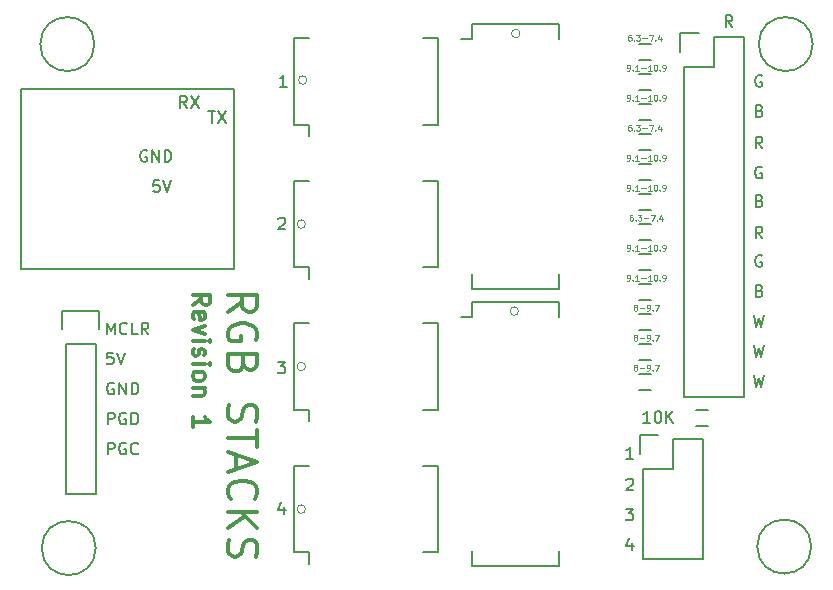
<source format=gbr>
G04 #@! TF.FileFunction,Legend,Top*
%FSLAX46Y46*%
G04 Gerber Fmt 4.6, Leading zero omitted, Abs format (unit mm)*
G04 Created by KiCad (PCBNEW 4.0.6) date Monday, 05 June 2017 'PMt' 21:59:35*
%MOMM*%
%LPD*%
G01*
G04 APERTURE LIST*
%ADD10C,0.100000*%
%ADD11C,0.200000*%
%ADD12C,0.300000*%
%ADD13C,0.150000*%
G04 APERTURE END LIST*
D10*
X167576620Y-104842476D02*
X167529001Y-104818667D01*
X167505192Y-104794857D01*
X167481382Y-104747238D01*
X167481382Y-104723429D01*
X167505192Y-104675810D01*
X167529001Y-104652000D01*
X167576620Y-104628190D01*
X167671858Y-104628190D01*
X167719477Y-104652000D01*
X167743287Y-104675810D01*
X167767096Y-104723429D01*
X167767096Y-104747238D01*
X167743287Y-104794857D01*
X167719477Y-104818667D01*
X167671858Y-104842476D01*
X167576620Y-104842476D01*
X167529001Y-104866286D01*
X167505192Y-104890095D01*
X167481382Y-104937714D01*
X167481382Y-105032952D01*
X167505192Y-105080571D01*
X167529001Y-105104381D01*
X167576620Y-105128190D01*
X167671858Y-105128190D01*
X167719477Y-105104381D01*
X167743287Y-105080571D01*
X167767096Y-105032952D01*
X167767096Y-104937714D01*
X167743287Y-104890095D01*
X167719477Y-104866286D01*
X167671858Y-104842476D01*
X167981382Y-104937714D02*
X168362334Y-104937714D01*
X168624239Y-105128190D02*
X168719477Y-105128190D01*
X168767096Y-105104381D01*
X168790906Y-105080571D01*
X168838525Y-105009143D01*
X168862334Y-104913905D01*
X168862334Y-104723429D01*
X168838525Y-104675810D01*
X168814715Y-104652000D01*
X168767096Y-104628190D01*
X168671858Y-104628190D01*
X168624239Y-104652000D01*
X168600430Y-104675810D01*
X168576620Y-104723429D01*
X168576620Y-104842476D01*
X168600430Y-104890095D01*
X168624239Y-104913905D01*
X168671858Y-104937714D01*
X168767096Y-104937714D01*
X168814715Y-104913905D01*
X168838525Y-104890095D01*
X168862334Y-104842476D01*
X169076620Y-105080571D02*
X169100429Y-105104381D01*
X169076620Y-105128190D01*
X169052810Y-105104381D01*
X169076620Y-105080571D01*
X169076620Y-105128190D01*
X169267096Y-104628190D02*
X169600429Y-104628190D01*
X169386143Y-105128190D01*
X167576620Y-102302476D02*
X167529001Y-102278667D01*
X167505192Y-102254857D01*
X167481382Y-102207238D01*
X167481382Y-102183429D01*
X167505192Y-102135810D01*
X167529001Y-102112000D01*
X167576620Y-102088190D01*
X167671858Y-102088190D01*
X167719477Y-102112000D01*
X167743287Y-102135810D01*
X167767096Y-102183429D01*
X167767096Y-102207238D01*
X167743287Y-102254857D01*
X167719477Y-102278667D01*
X167671858Y-102302476D01*
X167576620Y-102302476D01*
X167529001Y-102326286D01*
X167505192Y-102350095D01*
X167481382Y-102397714D01*
X167481382Y-102492952D01*
X167505192Y-102540571D01*
X167529001Y-102564381D01*
X167576620Y-102588190D01*
X167671858Y-102588190D01*
X167719477Y-102564381D01*
X167743287Y-102540571D01*
X167767096Y-102492952D01*
X167767096Y-102397714D01*
X167743287Y-102350095D01*
X167719477Y-102326286D01*
X167671858Y-102302476D01*
X167981382Y-102397714D02*
X168362334Y-102397714D01*
X168624239Y-102588190D02*
X168719477Y-102588190D01*
X168767096Y-102564381D01*
X168790906Y-102540571D01*
X168838525Y-102469143D01*
X168862334Y-102373905D01*
X168862334Y-102183429D01*
X168838525Y-102135810D01*
X168814715Y-102112000D01*
X168767096Y-102088190D01*
X168671858Y-102088190D01*
X168624239Y-102112000D01*
X168600430Y-102135810D01*
X168576620Y-102183429D01*
X168576620Y-102302476D01*
X168600430Y-102350095D01*
X168624239Y-102373905D01*
X168671858Y-102397714D01*
X168767096Y-102397714D01*
X168814715Y-102373905D01*
X168838525Y-102350095D01*
X168862334Y-102302476D01*
X169076620Y-102540571D02*
X169100429Y-102564381D01*
X169076620Y-102588190D01*
X169052810Y-102564381D01*
X169076620Y-102540571D01*
X169076620Y-102588190D01*
X169267096Y-102088190D02*
X169600429Y-102088190D01*
X169386143Y-102588190D01*
X167576620Y-99762476D02*
X167529001Y-99738667D01*
X167505192Y-99714857D01*
X167481382Y-99667238D01*
X167481382Y-99643429D01*
X167505192Y-99595810D01*
X167529001Y-99572000D01*
X167576620Y-99548190D01*
X167671858Y-99548190D01*
X167719477Y-99572000D01*
X167743287Y-99595810D01*
X167767096Y-99643429D01*
X167767096Y-99667238D01*
X167743287Y-99714857D01*
X167719477Y-99738667D01*
X167671858Y-99762476D01*
X167576620Y-99762476D01*
X167529001Y-99786286D01*
X167505192Y-99810095D01*
X167481382Y-99857714D01*
X167481382Y-99952952D01*
X167505192Y-100000571D01*
X167529001Y-100024381D01*
X167576620Y-100048190D01*
X167671858Y-100048190D01*
X167719477Y-100024381D01*
X167743287Y-100000571D01*
X167767096Y-99952952D01*
X167767096Y-99857714D01*
X167743287Y-99810095D01*
X167719477Y-99786286D01*
X167671858Y-99762476D01*
X167981382Y-99857714D02*
X168362334Y-99857714D01*
X168624239Y-100048190D02*
X168719477Y-100048190D01*
X168767096Y-100024381D01*
X168790906Y-100000571D01*
X168838525Y-99929143D01*
X168862334Y-99833905D01*
X168862334Y-99643429D01*
X168838525Y-99595810D01*
X168814715Y-99572000D01*
X168767096Y-99548190D01*
X168671858Y-99548190D01*
X168624239Y-99572000D01*
X168600430Y-99595810D01*
X168576620Y-99643429D01*
X168576620Y-99762476D01*
X168600430Y-99810095D01*
X168624239Y-99833905D01*
X168671858Y-99857714D01*
X168767096Y-99857714D01*
X168814715Y-99833905D01*
X168838525Y-99810095D01*
X168862334Y-99762476D01*
X169076620Y-100000571D02*
X169100429Y-100024381D01*
X169076620Y-100048190D01*
X169052810Y-100024381D01*
X169076620Y-100000571D01*
X169076620Y-100048190D01*
X169267096Y-99548190D02*
X169600429Y-99548190D01*
X169386143Y-100048190D01*
X166933763Y-97508190D02*
X167029001Y-97508190D01*
X167076620Y-97484381D01*
X167100430Y-97460571D01*
X167148049Y-97389143D01*
X167171858Y-97293905D01*
X167171858Y-97103429D01*
X167148049Y-97055810D01*
X167124239Y-97032000D01*
X167076620Y-97008190D01*
X166981382Y-97008190D01*
X166933763Y-97032000D01*
X166909954Y-97055810D01*
X166886144Y-97103429D01*
X166886144Y-97222476D01*
X166909954Y-97270095D01*
X166933763Y-97293905D01*
X166981382Y-97317714D01*
X167076620Y-97317714D01*
X167124239Y-97293905D01*
X167148049Y-97270095D01*
X167171858Y-97222476D01*
X167386144Y-97460571D02*
X167409953Y-97484381D01*
X167386144Y-97508190D01*
X167362334Y-97484381D01*
X167386144Y-97460571D01*
X167386144Y-97508190D01*
X167886143Y-97508190D02*
X167600429Y-97508190D01*
X167743286Y-97508190D02*
X167743286Y-97008190D01*
X167695667Y-97079619D01*
X167648048Y-97127238D01*
X167600429Y-97151048D01*
X168100429Y-97317714D02*
X168481381Y-97317714D01*
X168981381Y-97508190D02*
X168695667Y-97508190D01*
X168838524Y-97508190D02*
X168838524Y-97008190D01*
X168790905Y-97079619D01*
X168743286Y-97127238D01*
X168695667Y-97151048D01*
X169290905Y-97008190D02*
X169338524Y-97008190D01*
X169386143Y-97032000D01*
X169409952Y-97055810D01*
X169433762Y-97103429D01*
X169457571Y-97198667D01*
X169457571Y-97317714D01*
X169433762Y-97412952D01*
X169409952Y-97460571D01*
X169386143Y-97484381D01*
X169338524Y-97508190D01*
X169290905Y-97508190D01*
X169243286Y-97484381D01*
X169219476Y-97460571D01*
X169195667Y-97412952D01*
X169171857Y-97317714D01*
X169171857Y-97198667D01*
X169195667Y-97103429D01*
X169219476Y-97055810D01*
X169243286Y-97032000D01*
X169290905Y-97008190D01*
X169671857Y-97460571D02*
X169695666Y-97484381D01*
X169671857Y-97508190D01*
X169648047Y-97484381D01*
X169671857Y-97460571D01*
X169671857Y-97508190D01*
X169933761Y-97508190D02*
X170028999Y-97508190D01*
X170076618Y-97484381D01*
X170100428Y-97460571D01*
X170148047Y-97389143D01*
X170171856Y-97293905D01*
X170171856Y-97103429D01*
X170148047Y-97055810D01*
X170124237Y-97032000D01*
X170076618Y-97008190D01*
X169981380Y-97008190D01*
X169933761Y-97032000D01*
X169909952Y-97055810D01*
X169886142Y-97103429D01*
X169886142Y-97222476D01*
X169909952Y-97270095D01*
X169933761Y-97293905D01*
X169981380Y-97317714D01*
X170076618Y-97317714D01*
X170124237Y-97293905D01*
X170148047Y-97270095D01*
X170171856Y-97222476D01*
X166933763Y-89888190D02*
X167029001Y-89888190D01*
X167076620Y-89864381D01*
X167100430Y-89840571D01*
X167148049Y-89769143D01*
X167171858Y-89673905D01*
X167171858Y-89483429D01*
X167148049Y-89435810D01*
X167124239Y-89412000D01*
X167076620Y-89388190D01*
X166981382Y-89388190D01*
X166933763Y-89412000D01*
X166909954Y-89435810D01*
X166886144Y-89483429D01*
X166886144Y-89602476D01*
X166909954Y-89650095D01*
X166933763Y-89673905D01*
X166981382Y-89697714D01*
X167076620Y-89697714D01*
X167124239Y-89673905D01*
X167148049Y-89650095D01*
X167171858Y-89602476D01*
X167386144Y-89840571D02*
X167409953Y-89864381D01*
X167386144Y-89888190D01*
X167362334Y-89864381D01*
X167386144Y-89840571D01*
X167386144Y-89888190D01*
X167886143Y-89888190D02*
X167600429Y-89888190D01*
X167743286Y-89888190D02*
X167743286Y-89388190D01*
X167695667Y-89459619D01*
X167648048Y-89507238D01*
X167600429Y-89531048D01*
X168100429Y-89697714D02*
X168481381Y-89697714D01*
X168981381Y-89888190D02*
X168695667Y-89888190D01*
X168838524Y-89888190D02*
X168838524Y-89388190D01*
X168790905Y-89459619D01*
X168743286Y-89507238D01*
X168695667Y-89531048D01*
X169290905Y-89388190D02*
X169338524Y-89388190D01*
X169386143Y-89412000D01*
X169409952Y-89435810D01*
X169433762Y-89483429D01*
X169457571Y-89578667D01*
X169457571Y-89697714D01*
X169433762Y-89792952D01*
X169409952Y-89840571D01*
X169386143Y-89864381D01*
X169338524Y-89888190D01*
X169290905Y-89888190D01*
X169243286Y-89864381D01*
X169219476Y-89840571D01*
X169195667Y-89792952D01*
X169171857Y-89697714D01*
X169171857Y-89578667D01*
X169195667Y-89483429D01*
X169219476Y-89435810D01*
X169243286Y-89412000D01*
X169290905Y-89388190D01*
X169671857Y-89840571D02*
X169695666Y-89864381D01*
X169671857Y-89888190D01*
X169648047Y-89864381D01*
X169671857Y-89840571D01*
X169671857Y-89888190D01*
X169933761Y-89888190D02*
X170028999Y-89888190D01*
X170076618Y-89864381D01*
X170100428Y-89840571D01*
X170148047Y-89769143D01*
X170171856Y-89673905D01*
X170171856Y-89483429D01*
X170148047Y-89435810D01*
X170124237Y-89412000D01*
X170076618Y-89388190D01*
X169981380Y-89388190D01*
X169933761Y-89412000D01*
X169909952Y-89435810D01*
X169886142Y-89483429D01*
X169886142Y-89602476D01*
X169909952Y-89650095D01*
X169933761Y-89673905D01*
X169981380Y-89697714D01*
X170076618Y-89697714D01*
X170124237Y-89673905D01*
X170148047Y-89650095D01*
X170171856Y-89602476D01*
X166933763Y-82268190D02*
X167029001Y-82268190D01*
X167076620Y-82244381D01*
X167100430Y-82220571D01*
X167148049Y-82149143D01*
X167171858Y-82053905D01*
X167171858Y-81863429D01*
X167148049Y-81815810D01*
X167124239Y-81792000D01*
X167076620Y-81768190D01*
X166981382Y-81768190D01*
X166933763Y-81792000D01*
X166909954Y-81815810D01*
X166886144Y-81863429D01*
X166886144Y-81982476D01*
X166909954Y-82030095D01*
X166933763Y-82053905D01*
X166981382Y-82077714D01*
X167076620Y-82077714D01*
X167124239Y-82053905D01*
X167148049Y-82030095D01*
X167171858Y-81982476D01*
X167386144Y-82220571D02*
X167409953Y-82244381D01*
X167386144Y-82268190D01*
X167362334Y-82244381D01*
X167386144Y-82220571D01*
X167386144Y-82268190D01*
X167886143Y-82268190D02*
X167600429Y-82268190D01*
X167743286Y-82268190D02*
X167743286Y-81768190D01*
X167695667Y-81839619D01*
X167648048Y-81887238D01*
X167600429Y-81911048D01*
X168100429Y-82077714D02*
X168481381Y-82077714D01*
X168981381Y-82268190D02*
X168695667Y-82268190D01*
X168838524Y-82268190D02*
X168838524Y-81768190D01*
X168790905Y-81839619D01*
X168743286Y-81887238D01*
X168695667Y-81911048D01*
X169290905Y-81768190D02*
X169338524Y-81768190D01*
X169386143Y-81792000D01*
X169409952Y-81815810D01*
X169433762Y-81863429D01*
X169457571Y-81958667D01*
X169457571Y-82077714D01*
X169433762Y-82172952D01*
X169409952Y-82220571D01*
X169386143Y-82244381D01*
X169338524Y-82268190D01*
X169290905Y-82268190D01*
X169243286Y-82244381D01*
X169219476Y-82220571D01*
X169195667Y-82172952D01*
X169171857Y-82077714D01*
X169171857Y-81958667D01*
X169195667Y-81863429D01*
X169219476Y-81815810D01*
X169243286Y-81792000D01*
X169290905Y-81768190D01*
X169671857Y-82220571D02*
X169695666Y-82244381D01*
X169671857Y-82268190D01*
X169648047Y-82244381D01*
X169671857Y-82220571D01*
X169671857Y-82268190D01*
X169933761Y-82268190D02*
X170028999Y-82268190D01*
X170076618Y-82244381D01*
X170100428Y-82220571D01*
X170148047Y-82149143D01*
X170171856Y-82053905D01*
X170171856Y-81863429D01*
X170148047Y-81815810D01*
X170124237Y-81792000D01*
X170076618Y-81768190D01*
X169981380Y-81768190D01*
X169933761Y-81792000D01*
X169909952Y-81815810D01*
X169886142Y-81863429D01*
X169886142Y-81982476D01*
X169909952Y-82030095D01*
X169933761Y-82053905D01*
X169981380Y-82077714D01*
X170076618Y-82077714D01*
X170124237Y-82053905D01*
X170148047Y-82030095D01*
X170171856Y-81982476D01*
X166933763Y-94968190D02*
X167029001Y-94968190D01*
X167076620Y-94944381D01*
X167100430Y-94920571D01*
X167148049Y-94849143D01*
X167171858Y-94753905D01*
X167171858Y-94563429D01*
X167148049Y-94515810D01*
X167124239Y-94492000D01*
X167076620Y-94468190D01*
X166981382Y-94468190D01*
X166933763Y-94492000D01*
X166909954Y-94515810D01*
X166886144Y-94563429D01*
X166886144Y-94682476D01*
X166909954Y-94730095D01*
X166933763Y-94753905D01*
X166981382Y-94777714D01*
X167076620Y-94777714D01*
X167124239Y-94753905D01*
X167148049Y-94730095D01*
X167171858Y-94682476D01*
X167386144Y-94920571D02*
X167409953Y-94944381D01*
X167386144Y-94968190D01*
X167362334Y-94944381D01*
X167386144Y-94920571D01*
X167386144Y-94968190D01*
X167886143Y-94968190D02*
X167600429Y-94968190D01*
X167743286Y-94968190D02*
X167743286Y-94468190D01*
X167695667Y-94539619D01*
X167648048Y-94587238D01*
X167600429Y-94611048D01*
X168100429Y-94777714D02*
X168481381Y-94777714D01*
X168981381Y-94968190D02*
X168695667Y-94968190D01*
X168838524Y-94968190D02*
X168838524Y-94468190D01*
X168790905Y-94539619D01*
X168743286Y-94587238D01*
X168695667Y-94611048D01*
X169290905Y-94468190D02*
X169338524Y-94468190D01*
X169386143Y-94492000D01*
X169409952Y-94515810D01*
X169433762Y-94563429D01*
X169457571Y-94658667D01*
X169457571Y-94777714D01*
X169433762Y-94872952D01*
X169409952Y-94920571D01*
X169386143Y-94944381D01*
X169338524Y-94968190D01*
X169290905Y-94968190D01*
X169243286Y-94944381D01*
X169219476Y-94920571D01*
X169195667Y-94872952D01*
X169171857Y-94777714D01*
X169171857Y-94658667D01*
X169195667Y-94563429D01*
X169219476Y-94515810D01*
X169243286Y-94492000D01*
X169290905Y-94468190D01*
X169671857Y-94920571D02*
X169695666Y-94944381D01*
X169671857Y-94968190D01*
X169648047Y-94944381D01*
X169671857Y-94920571D01*
X169671857Y-94968190D01*
X169933761Y-94968190D02*
X170028999Y-94968190D01*
X170076618Y-94944381D01*
X170100428Y-94920571D01*
X170148047Y-94849143D01*
X170171856Y-94753905D01*
X170171856Y-94563429D01*
X170148047Y-94515810D01*
X170124237Y-94492000D01*
X170076618Y-94468190D01*
X169981380Y-94468190D01*
X169933761Y-94492000D01*
X169909952Y-94515810D01*
X169886142Y-94563429D01*
X169886142Y-94682476D01*
X169909952Y-94730095D01*
X169933761Y-94753905D01*
X169981380Y-94777714D01*
X170076618Y-94777714D01*
X170124237Y-94753905D01*
X170148047Y-94730095D01*
X170171856Y-94682476D01*
X166933763Y-87348190D02*
X167029001Y-87348190D01*
X167076620Y-87324381D01*
X167100430Y-87300571D01*
X167148049Y-87229143D01*
X167171858Y-87133905D01*
X167171858Y-86943429D01*
X167148049Y-86895810D01*
X167124239Y-86872000D01*
X167076620Y-86848190D01*
X166981382Y-86848190D01*
X166933763Y-86872000D01*
X166909954Y-86895810D01*
X166886144Y-86943429D01*
X166886144Y-87062476D01*
X166909954Y-87110095D01*
X166933763Y-87133905D01*
X166981382Y-87157714D01*
X167076620Y-87157714D01*
X167124239Y-87133905D01*
X167148049Y-87110095D01*
X167171858Y-87062476D01*
X167386144Y-87300571D02*
X167409953Y-87324381D01*
X167386144Y-87348190D01*
X167362334Y-87324381D01*
X167386144Y-87300571D01*
X167386144Y-87348190D01*
X167886143Y-87348190D02*
X167600429Y-87348190D01*
X167743286Y-87348190D02*
X167743286Y-86848190D01*
X167695667Y-86919619D01*
X167648048Y-86967238D01*
X167600429Y-86991048D01*
X168100429Y-87157714D02*
X168481381Y-87157714D01*
X168981381Y-87348190D02*
X168695667Y-87348190D01*
X168838524Y-87348190D02*
X168838524Y-86848190D01*
X168790905Y-86919619D01*
X168743286Y-86967238D01*
X168695667Y-86991048D01*
X169290905Y-86848190D02*
X169338524Y-86848190D01*
X169386143Y-86872000D01*
X169409952Y-86895810D01*
X169433762Y-86943429D01*
X169457571Y-87038667D01*
X169457571Y-87157714D01*
X169433762Y-87252952D01*
X169409952Y-87300571D01*
X169386143Y-87324381D01*
X169338524Y-87348190D01*
X169290905Y-87348190D01*
X169243286Y-87324381D01*
X169219476Y-87300571D01*
X169195667Y-87252952D01*
X169171857Y-87157714D01*
X169171857Y-87038667D01*
X169195667Y-86943429D01*
X169219476Y-86895810D01*
X169243286Y-86872000D01*
X169290905Y-86848190D01*
X169671857Y-87300571D02*
X169695666Y-87324381D01*
X169671857Y-87348190D01*
X169648047Y-87324381D01*
X169671857Y-87300571D01*
X169671857Y-87348190D01*
X169933761Y-87348190D02*
X170028999Y-87348190D01*
X170076618Y-87324381D01*
X170100428Y-87300571D01*
X170148047Y-87229143D01*
X170171856Y-87133905D01*
X170171856Y-86943429D01*
X170148047Y-86895810D01*
X170124237Y-86872000D01*
X170076618Y-86848190D01*
X169981380Y-86848190D01*
X169933761Y-86872000D01*
X169909952Y-86895810D01*
X169886142Y-86943429D01*
X169886142Y-87062476D01*
X169909952Y-87110095D01*
X169933761Y-87133905D01*
X169981380Y-87157714D01*
X170076618Y-87157714D01*
X170124237Y-87133905D01*
X170148047Y-87110095D01*
X170171856Y-87062476D01*
X166933763Y-79728190D02*
X167029001Y-79728190D01*
X167076620Y-79704381D01*
X167100430Y-79680571D01*
X167148049Y-79609143D01*
X167171858Y-79513905D01*
X167171858Y-79323429D01*
X167148049Y-79275810D01*
X167124239Y-79252000D01*
X167076620Y-79228190D01*
X166981382Y-79228190D01*
X166933763Y-79252000D01*
X166909954Y-79275810D01*
X166886144Y-79323429D01*
X166886144Y-79442476D01*
X166909954Y-79490095D01*
X166933763Y-79513905D01*
X166981382Y-79537714D01*
X167076620Y-79537714D01*
X167124239Y-79513905D01*
X167148049Y-79490095D01*
X167171858Y-79442476D01*
X167386144Y-79680571D02*
X167409953Y-79704381D01*
X167386144Y-79728190D01*
X167362334Y-79704381D01*
X167386144Y-79680571D01*
X167386144Y-79728190D01*
X167886143Y-79728190D02*
X167600429Y-79728190D01*
X167743286Y-79728190D02*
X167743286Y-79228190D01*
X167695667Y-79299619D01*
X167648048Y-79347238D01*
X167600429Y-79371048D01*
X168100429Y-79537714D02*
X168481381Y-79537714D01*
X168981381Y-79728190D02*
X168695667Y-79728190D01*
X168838524Y-79728190D02*
X168838524Y-79228190D01*
X168790905Y-79299619D01*
X168743286Y-79347238D01*
X168695667Y-79371048D01*
X169290905Y-79228190D02*
X169338524Y-79228190D01*
X169386143Y-79252000D01*
X169409952Y-79275810D01*
X169433762Y-79323429D01*
X169457571Y-79418667D01*
X169457571Y-79537714D01*
X169433762Y-79632952D01*
X169409952Y-79680571D01*
X169386143Y-79704381D01*
X169338524Y-79728190D01*
X169290905Y-79728190D01*
X169243286Y-79704381D01*
X169219476Y-79680571D01*
X169195667Y-79632952D01*
X169171857Y-79537714D01*
X169171857Y-79418667D01*
X169195667Y-79323429D01*
X169219476Y-79275810D01*
X169243286Y-79252000D01*
X169290905Y-79228190D01*
X169671857Y-79680571D02*
X169695666Y-79704381D01*
X169671857Y-79728190D01*
X169648047Y-79704381D01*
X169671857Y-79680571D01*
X169671857Y-79728190D01*
X169933761Y-79728190D02*
X170028999Y-79728190D01*
X170076618Y-79704381D01*
X170100428Y-79680571D01*
X170148047Y-79609143D01*
X170171856Y-79513905D01*
X170171856Y-79323429D01*
X170148047Y-79275810D01*
X170124237Y-79252000D01*
X170076618Y-79228190D01*
X169981380Y-79228190D01*
X169933761Y-79252000D01*
X169909952Y-79275810D01*
X169886142Y-79323429D01*
X169886142Y-79442476D01*
X169909952Y-79490095D01*
X169933761Y-79513905D01*
X169981380Y-79537714D01*
X170076618Y-79537714D01*
X170124237Y-79513905D01*
X170148047Y-79490095D01*
X170171856Y-79442476D01*
X167362334Y-91928190D02*
X167267096Y-91928190D01*
X167219477Y-91952000D01*
X167195668Y-91975810D01*
X167148049Y-92047238D01*
X167124239Y-92142476D01*
X167124239Y-92332952D01*
X167148049Y-92380571D01*
X167171858Y-92404381D01*
X167219477Y-92428190D01*
X167314715Y-92428190D01*
X167362334Y-92404381D01*
X167386144Y-92380571D01*
X167409953Y-92332952D01*
X167409953Y-92213905D01*
X167386144Y-92166286D01*
X167362334Y-92142476D01*
X167314715Y-92118667D01*
X167219477Y-92118667D01*
X167171858Y-92142476D01*
X167148049Y-92166286D01*
X167124239Y-92213905D01*
X167624239Y-92380571D02*
X167648048Y-92404381D01*
X167624239Y-92428190D01*
X167600429Y-92404381D01*
X167624239Y-92380571D01*
X167624239Y-92428190D01*
X167814715Y-91928190D02*
X168124238Y-91928190D01*
X167957572Y-92118667D01*
X168029000Y-92118667D01*
X168076619Y-92142476D01*
X168100429Y-92166286D01*
X168124238Y-92213905D01*
X168124238Y-92332952D01*
X168100429Y-92380571D01*
X168076619Y-92404381D01*
X168029000Y-92428190D01*
X167886143Y-92428190D01*
X167838524Y-92404381D01*
X167814715Y-92380571D01*
X168338524Y-92237714D02*
X168719476Y-92237714D01*
X168909953Y-91928190D02*
X169243286Y-91928190D01*
X169029000Y-92428190D01*
X169433762Y-92380571D02*
X169457571Y-92404381D01*
X169433762Y-92428190D01*
X169409952Y-92404381D01*
X169433762Y-92380571D01*
X169433762Y-92428190D01*
X169886142Y-92094857D02*
X169886142Y-92428190D01*
X169767095Y-91904381D02*
X169648047Y-92261524D01*
X169957571Y-92261524D01*
X167235334Y-84308190D02*
X167140096Y-84308190D01*
X167092477Y-84332000D01*
X167068668Y-84355810D01*
X167021049Y-84427238D01*
X166997239Y-84522476D01*
X166997239Y-84712952D01*
X167021049Y-84760571D01*
X167044858Y-84784381D01*
X167092477Y-84808190D01*
X167187715Y-84808190D01*
X167235334Y-84784381D01*
X167259144Y-84760571D01*
X167282953Y-84712952D01*
X167282953Y-84593905D01*
X167259144Y-84546286D01*
X167235334Y-84522476D01*
X167187715Y-84498667D01*
X167092477Y-84498667D01*
X167044858Y-84522476D01*
X167021049Y-84546286D01*
X166997239Y-84593905D01*
X167497239Y-84760571D02*
X167521048Y-84784381D01*
X167497239Y-84808190D01*
X167473429Y-84784381D01*
X167497239Y-84760571D01*
X167497239Y-84808190D01*
X167687715Y-84308190D02*
X167997238Y-84308190D01*
X167830572Y-84498667D01*
X167902000Y-84498667D01*
X167949619Y-84522476D01*
X167973429Y-84546286D01*
X167997238Y-84593905D01*
X167997238Y-84712952D01*
X167973429Y-84760571D01*
X167949619Y-84784381D01*
X167902000Y-84808190D01*
X167759143Y-84808190D01*
X167711524Y-84784381D01*
X167687715Y-84760571D01*
X168211524Y-84617714D02*
X168592476Y-84617714D01*
X168782953Y-84308190D02*
X169116286Y-84308190D01*
X168902000Y-84808190D01*
X169306762Y-84760571D02*
X169330571Y-84784381D01*
X169306762Y-84808190D01*
X169282952Y-84784381D01*
X169306762Y-84760571D01*
X169306762Y-84808190D01*
X169759142Y-84474857D02*
X169759142Y-84808190D01*
X169640095Y-84284381D02*
X169521047Y-84641524D01*
X169830571Y-84641524D01*
X167235334Y-76688190D02*
X167140096Y-76688190D01*
X167092477Y-76712000D01*
X167068668Y-76735810D01*
X167021049Y-76807238D01*
X166997239Y-76902476D01*
X166997239Y-77092952D01*
X167021049Y-77140571D01*
X167044858Y-77164381D01*
X167092477Y-77188190D01*
X167187715Y-77188190D01*
X167235334Y-77164381D01*
X167259144Y-77140571D01*
X167282953Y-77092952D01*
X167282953Y-76973905D01*
X167259144Y-76926286D01*
X167235334Y-76902476D01*
X167187715Y-76878667D01*
X167092477Y-76878667D01*
X167044858Y-76902476D01*
X167021049Y-76926286D01*
X166997239Y-76973905D01*
X167497239Y-77140571D02*
X167521048Y-77164381D01*
X167497239Y-77188190D01*
X167473429Y-77164381D01*
X167497239Y-77140571D01*
X167497239Y-77188190D01*
X167687715Y-76688190D02*
X167997238Y-76688190D01*
X167830572Y-76878667D01*
X167902000Y-76878667D01*
X167949619Y-76902476D01*
X167973429Y-76926286D01*
X167997238Y-76973905D01*
X167997238Y-77092952D01*
X167973429Y-77140571D01*
X167949619Y-77164381D01*
X167902000Y-77188190D01*
X167759143Y-77188190D01*
X167711524Y-77164381D01*
X167687715Y-77140571D01*
X168211524Y-76997714D02*
X168592476Y-76997714D01*
X168782953Y-76688190D02*
X169116286Y-76688190D01*
X168902000Y-77188190D01*
X169306762Y-77140571D02*
X169330571Y-77164381D01*
X169306762Y-77188190D01*
X169282952Y-77164381D01*
X169306762Y-77140571D01*
X169306762Y-77188190D01*
X169759142Y-76854857D02*
X169759142Y-77188190D01*
X169640095Y-76664381D02*
X169521047Y-77021524D01*
X169830571Y-77021524D01*
D11*
X178125429Y-98353571D02*
X178268286Y-98401190D01*
X178315905Y-98448810D01*
X178363524Y-98544048D01*
X178363524Y-98686905D01*
X178315905Y-98782143D01*
X178268286Y-98829762D01*
X178173048Y-98877381D01*
X177792095Y-98877381D01*
X177792095Y-97877381D01*
X178125429Y-97877381D01*
X178220667Y-97925000D01*
X178268286Y-97972619D01*
X178315905Y-98067857D01*
X178315905Y-98163095D01*
X178268286Y-98258333D01*
X178220667Y-98305952D01*
X178125429Y-98353571D01*
X177792095Y-98353571D01*
X178315905Y-95385000D02*
X178220667Y-95337381D01*
X178077810Y-95337381D01*
X177934952Y-95385000D01*
X177839714Y-95480238D01*
X177792095Y-95575476D01*
X177744476Y-95765952D01*
X177744476Y-95908810D01*
X177792095Y-96099286D01*
X177839714Y-96194524D01*
X177934952Y-96289762D01*
X178077810Y-96337381D01*
X178173048Y-96337381D01*
X178315905Y-96289762D01*
X178363524Y-96242143D01*
X178363524Y-95908810D01*
X178173048Y-95908810D01*
X178363524Y-93924381D02*
X178030190Y-93448190D01*
X177792095Y-93924381D02*
X177792095Y-92924381D01*
X178173048Y-92924381D01*
X178268286Y-92972000D01*
X178315905Y-93019619D01*
X178363524Y-93114857D01*
X178363524Y-93257714D01*
X178315905Y-93352952D01*
X178268286Y-93400571D01*
X178173048Y-93448190D01*
X177792095Y-93448190D01*
X178125429Y-90733571D02*
X178268286Y-90781190D01*
X178315905Y-90828810D01*
X178363524Y-90924048D01*
X178363524Y-91066905D01*
X178315905Y-91162143D01*
X178268286Y-91209762D01*
X178173048Y-91257381D01*
X177792095Y-91257381D01*
X177792095Y-90257381D01*
X178125429Y-90257381D01*
X178220667Y-90305000D01*
X178268286Y-90352619D01*
X178315905Y-90447857D01*
X178315905Y-90543095D01*
X178268286Y-90638333D01*
X178220667Y-90685952D01*
X178125429Y-90733571D01*
X177792095Y-90733571D01*
X178315905Y-87892000D02*
X178220667Y-87844381D01*
X178077810Y-87844381D01*
X177934952Y-87892000D01*
X177839714Y-87987238D01*
X177792095Y-88082476D01*
X177744476Y-88272952D01*
X177744476Y-88415810D01*
X177792095Y-88606286D01*
X177839714Y-88701524D01*
X177934952Y-88796762D01*
X178077810Y-88844381D01*
X178173048Y-88844381D01*
X178315905Y-88796762D01*
X178363524Y-88749143D01*
X178363524Y-88415810D01*
X178173048Y-88415810D01*
X178363524Y-86304381D02*
X178030190Y-85828190D01*
X177792095Y-86304381D02*
X177792095Y-85304381D01*
X178173048Y-85304381D01*
X178268286Y-85352000D01*
X178315905Y-85399619D01*
X178363524Y-85494857D01*
X178363524Y-85637714D01*
X178315905Y-85732952D01*
X178268286Y-85780571D01*
X178173048Y-85828190D01*
X177792095Y-85828190D01*
X177625429Y-105497381D02*
X177863524Y-106497381D01*
X178054001Y-105783095D01*
X178244477Y-106497381D01*
X178482572Y-105497381D01*
X177625429Y-102957381D02*
X177863524Y-103957381D01*
X178054001Y-103243095D01*
X178244477Y-103957381D01*
X178482572Y-102957381D01*
X177625429Y-100417381D02*
X177863524Y-101417381D01*
X178054001Y-100703095D01*
X178244477Y-101417381D01*
X178482572Y-100417381D01*
X178125429Y-83113571D02*
X178268286Y-83161190D01*
X178315905Y-83208810D01*
X178363524Y-83304048D01*
X178363524Y-83446905D01*
X178315905Y-83542143D01*
X178268286Y-83589762D01*
X178173048Y-83637381D01*
X177792095Y-83637381D01*
X177792095Y-82637381D01*
X178125429Y-82637381D01*
X178220667Y-82685000D01*
X178268286Y-82732619D01*
X178315905Y-82827857D01*
X178315905Y-82923095D01*
X178268286Y-83018333D01*
X178220667Y-83065952D01*
X178125429Y-83113571D01*
X177792095Y-83113571D01*
X178315905Y-80145000D02*
X178220667Y-80097381D01*
X178077810Y-80097381D01*
X177934952Y-80145000D01*
X177839714Y-80240238D01*
X177792095Y-80335476D01*
X177744476Y-80525952D01*
X177744476Y-80668810D01*
X177792095Y-80859286D01*
X177839714Y-80954524D01*
X177934952Y-81049762D01*
X178077810Y-81097381D01*
X178173048Y-81097381D01*
X178315905Y-81049762D01*
X178363524Y-81002143D01*
X178363524Y-80668810D01*
X178173048Y-80668810D01*
X175823524Y-76017381D02*
X175490190Y-75541190D01*
X175252095Y-76017381D02*
X175252095Y-75017381D01*
X175633048Y-75017381D01*
X175728286Y-75065000D01*
X175775905Y-75112619D01*
X175823524Y-75207857D01*
X175823524Y-75350714D01*
X175775905Y-75445952D01*
X175728286Y-75493571D01*
X175633048Y-75541190D01*
X175252095Y-75541190D01*
D10*
X139678210Y-116840000D02*
G75*
G03X139678210Y-116840000I-359210J0D01*
G01*
X139678210Y-104775000D02*
G75*
G03X139678210Y-104775000I-359210J0D01*
G01*
X139678210Y-92710000D02*
G75*
G03X139678210Y-92710000I-359210J0D01*
G01*
X157712210Y-100076000D02*
G75*
G03X157712210Y-100076000I-359210J0D01*
G01*
X139805210Y-80518000D02*
G75*
G03X139805210Y-80518000I-359210J0D01*
G01*
X157839210Y-76581000D02*
G75*
G03X157839210Y-76581000I-359210J0D01*
G01*
D12*
X130131429Y-99552715D02*
X130845714Y-99052715D01*
X130131429Y-98695572D02*
X131631429Y-98695572D01*
X131631429Y-99267000D01*
X131560000Y-99409858D01*
X131488571Y-99481286D01*
X131345714Y-99552715D01*
X131131429Y-99552715D01*
X130988571Y-99481286D01*
X130917143Y-99409858D01*
X130845714Y-99267000D01*
X130845714Y-98695572D01*
X130202857Y-100767000D02*
X130131429Y-100624143D01*
X130131429Y-100338429D01*
X130202857Y-100195572D01*
X130345714Y-100124143D01*
X130917143Y-100124143D01*
X131060000Y-100195572D01*
X131131429Y-100338429D01*
X131131429Y-100624143D01*
X131060000Y-100767000D01*
X130917143Y-100838429D01*
X130774286Y-100838429D01*
X130631429Y-100124143D01*
X131131429Y-101338429D02*
X130131429Y-101695572D01*
X131131429Y-102052714D01*
X130131429Y-102624143D02*
X131131429Y-102624143D01*
X131631429Y-102624143D02*
X131560000Y-102552714D01*
X131488571Y-102624143D01*
X131560000Y-102695571D01*
X131631429Y-102624143D01*
X131488571Y-102624143D01*
X130202857Y-103267000D02*
X130131429Y-103409857D01*
X130131429Y-103695572D01*
X130202857Y-103838429D01*
X130345714Y-103909857D01*
X130417143Y-103909857D01*
X130560000Y-103838429D01*
X130631429Y-103695572D01*
X130631429Y-103481286D01*
X130702857Y-103338429D01*
X130845714Y-103267000D01*
X130917143Y-103267000D01*
X131060000Y-103338429D01*
X131131429Y-103481286D01*
X131131429Y-103695572D01*
X131060000Y-103838429D01*
X130131429Y-104552715D02*
X131131429Y-104552715D01*
X131631429Y-104552715D02*
X131560000Y-104481286D01*
X131488571Y-104552715D01*
X131560000Y-104624143D01*
X131631429Y-104552715D01*
X131488571Y-104552715D01*
X130131429Y-105481287D02*
X130202857Y-105338429D01*
X130274286Y-105267001D01*
X130417143Y-105195572D01*
X130845714Y-105195572D01*
X130988571Y-105267001D01*
X131060000Y-105338429D01*
X131131429Y-105481287D01*
X131131429Y-105695572D01*
X131060000Y-105838429D01*
X130988571Y-105909858D01*
X130845714Y-105981287D01*
X130417143Y-105981287D01*
X130274286Y-105909858D01*
X130202857Y-105838429D01*
X130131429Y-105695572D01*
X130131429Y-105481287D01*
X131131429Y-106624144D02*
X130131429Y-106624144D01*
X130988571Y-106624144D02*
X131060000Y-106695572D01*
X131131429Y-106838430D01*
X131131429Y-107052715D01*
X131060000Y-107195572D01*
X130917143Y-107267001D01*
X130131429Y-107267001D01*
X130131429Y-109909858D02*
X130131429Y-109052715D01*
X130131429Y-109481287D02*
X131631429Y-109481287D01*
X131417143Y-109338430D01*
X131274286Y-109195572D01*
X131202857Y-109052715D01*
D11*
X129627334Y-82875381D02*
X129294000Y-82399190D01*
X129055905Y-82875381D02*
X129055905Y-81875381D01*
X129436858Y-81875381D01*
X129532096Y-81923000D01*
X129579715Y-81970619D01*
X129627334Y-82065857D01*
X129627334Y-82208714D01*
X129579715Y-82303952D01*
X129532096Y-82351571D01*
X129436858Y-82399190D01*
X129055905Y-82399190D01*
X129960667Y-81875381D02*
X130627334Y-82875381D01*
X130627334Y-81875381D02*
X129960667Y-82875381D01*
X131445095Y-83145381D02*
X132016524Y-83145381D01*
X131730809Y-84145381D02*
X131730809Y-83145381D01*
X132254619Y-83145381D02*
X132921286Y-84145381D01*
X132921286Y-83145381D02*
X132254619Y-84145381D01*
X126238096Y-86495000D02*
X126142858Y-86447381D01*
X126000001Y-86447381D01*
X125857143Y-86495000D01*
X125761905Y-86590238D01*
X125714286Y-86685476D01*
X125666667Y-86875952D01*
X125666667Y-87018810D01*
X125714286Y-87209286D01*
X125761905Y-87304524D01*
X125857143Y-87399762D01*
X126000001Y-87447381D01*
X126095239Y-87447381D01*
X126238096Y-87399762D01*
X126285715Y-87352143D01*
X126285715Y-87018810D01*
X126095239Y-87018810D01*
X126714286Y-87447381D02*
X126714286Y-86447381D01*
X127285715Y-87447381D01*
X127285715Y-86447381D01*
X127761905Y-87447381D02*
X127761905Y-86447381D01*
X128000000Y-86447381D01*
X128142858Y-86495000D01*
X128238096Y-86590238D01*
X128285715Y-86685476D01*
X128333334Y-86875952D01*
X128333334Y-87018810D01*
X128285715Y-87209286D01*
X128238096Y-87304524D01*
X128142858Y-87399762D01*
X128000000Y-87447381D01*
X127761905Y-87447381D01*
X127317524Y-88987381D02*
X126841333Y-88987381D01*
X126793714Y-89463571D01*
X126841333Y-89415952D01*
X126936571Y-89368333D01*
X127174667Y-89368333D01*
X127269905Y-89415952D01*
X127317524Y-89463571D01*
X127365143Y-89558810D01*
X127365143Y-89796905D01*
X127317524Y-89892143D01*
X127269905Y-89939762D01*
X127174667Y-89987381D01*
X126936571Y-89987381D01*
X126841333Y-89939762D01*
X126793714Y-89892143D01*
X127650857Y-88987381D02*
X127984190Y-89987381D01*
X128317524Y-88987381D01*
X137858477Y-116625714D02*
X137858477Y-117292381D01*
X137620381Y-116244762D02*
X137382286Y-116959048D01*
X138001334Y-116959048D01*
X137334667Y-104354381D02*
X137953715Y-104354381D01*
X137620381Y-104735333D01*
X137763239Y-104735333D01*
X137858477Y-104782952D01*
X137906096Y-104830571D01*
X137953715Y-104925810D01*
X137953715Y-105163905D01*
X137906096Y-105259143D01*
X137858477Y-105306762D01*
X137763239Y-105354381D01*
X137477524Y-105354381D01*
X137382286Y-105306762D01*
X137334667Y-105259143D01*
X137382286Y-92257619D02*
X137429905Y-92210000D01*
X137525143Y-92162381D01*
X137763239Y-92162381D01*
X137858477Y-92210000D01*
X137906096Y-92257619D01*
X137953715Y-92352857D01*
X137953715Y-92448095D01*
X137906096Y-92590952D01*
X137334667Y-93162381D01*
X137953715Y-93162381D01*
X138080715Y-81097381D02*
X137509286Y-81097381D01*
X137795000Y-81097381D02*
X137795000Y-80097381D01*
X137699762Y-80240238D01*
X137604524Y-80335476D01*
X137509286Y-80383095D01*
X167322477Y-119673714D02*
X167322477Y-120340381D01*
X167084381Y-119292762D02*
X166846286Y-120007048D01*
X167465334Y-120007048D01*
X166846286Y-114355619D02*
X166893905Y-114308000D01*
X166989143Y-114260381D01*
X167227239Y-114260381D01*
X167322477Y-114308000D01*
X167370096Y-114355619D01*
X167417715Y-114450857D01*
X167417715Y-114546095D01*
X167370096Y-114688952D01*
X166798667Y-115260381D01*
X167417715Y-115260381D01*
X166798667Y-116800381D02*
X167417715Y-116800381D01*
X167084381Y-117181333D01*
X167227239Y-117181333D01*
X167322477Y-117228952D01*
X167370096Y-117276571D01*
X167417715Y-117371810D01*
X167417715Y-117609905D01*
X167370096Y-117705143D01*
X167322477Y-117752762D01*
X167227239Y-117800381D01*
X166941524Y-117800381D01*
X166846286Y-117752762D01*
X166798667Y-117705143D01*
X167417715Y-112593381D02*
X166846286Y-112593381D01*
X167132000Y-112593381D02*
X167132000Y-111593381D01*
X167036762Y-111736238D01*
X166941524Y-111831476D01*
X166846286Y-111879095D01*
X122944095Y-112212381D02*
X122944095Y-111212381D01*
X123325048Y-111212381D01*
X123420286Y-111260000D01*
X123467905Y-111307619D01*
X123515524Y-111402857D01*
X123515524Y-111545714D01*
X123467905Y-111640952D01*
X123420286Y-111688571D01*
X123325048Y-111736190D01*
X122944095Y-111736190D01*
X124467905Y-111260000D02*
X124372667Y-111212381D01*
X124229810Y-111212381D01*
X124086952Y-111260000D01*
X123991714Y-111355238D01*
X123944095Y-111450476D01*
X123896476Y-111640952D01*
X123896476Y-111783810D01*
X123944095Y-111974286D01*
X123991714Y-112069524D01*
X124086952Y-112164762D01*
X124229810Y-112212381D01*
X124325048Y-112212381D01*
X124467905Y-112164762D01*
X124515524Y-112117143D01*
X124515524Y-111783810D01*
X124325048Y-111783810D01*
X125515524Y-112117143D02*
X125467905Y-112164762D01*
X125325048Y-112212381D01*
X125229810Y-112212381D01*
X125086952Y-112164762D01*
X124991714Y-112069524D01*
X124944095Y-111974286D01*
X124896476Y-111783810D01*
X124896476Y-111640952D01*
X124944095Y-111450476D01*
X124991714Y-111355238D01*
X125086952Y-111260000D01*
X125229810Y-111212381D01*
X125325048Y-111212381D01*
X125467905Y-111260000D01*
X125515524Y-111307619D01*
X122944095Y-109672381D02*
X122944095Y-108672381D01*
X123325048Y-108672381D01*
X123420286Y-108720000D01*
X123467905Y-108767619D01*
X123515524Y-108862857D01*
X123515524Y-109005714D01*
X123467905Y-109100952D01*
X123420286Y-109148571D01*
X123325048Y-109196190D01*
X122944095Y-109196190D01*
X124467905Y-108720000D02*
X124372667Y-108672381D01*
X124229810Y-108672381D01*
X124086952Y-108720000D01*
X123991714Y-108815238D01*
X123944095Y-108910476D01*
X123896476Y-109100952D01*
X123896476Y-109243810D01*
X123944095Y-109434286D01*
X123991714Y-109529524D01*
X124086952Y-109624762D01*
X124229810Y-109672381D01*
X124325048Y-109672381D01*
X124467905Y-109624762D01*
X124515524Y-109577143D01*
X124515524Y-109243810D01*
X124325048Y-109243810D01*
X124944095Y-109672381D02*
X124944095Y-108672381D01*
X125182190Y-108672381D01*
X125325048Y-108720000D01*
X125420286Y-108815238D01*
X125467905Y-108910476D01*
X125515524Y-109100952D01*
X125515524Y-109243810D01*
X125467905Y-109434286D01*
X125420286Y-109529524D01*
X125325048Y-109624762D01*
X125182190Y-109672381D01*
X124944095Y-109672381D01*
X122848905Y-102052381D02*
X122848905Y-101052381D01*
X123182239Y-101766667D01*
X123515572Y-101052381D01*
X123515572Y-102052381D01*
X124563191Y-101957143D02*
X124515572Y-102004762D01*
X124372715Y-102052381D01*
X124277477Y-102052381D01*
X124134619Y-102004762D01*
X124039381Y-101909524D01*
X123991762Y-101814286D01*
X123944143Y-101623810D01*
X123944143Y-101480952D01*
X123991762Y-101290476D01*
X124039381Y-101195238D01*
X124134619Y-101100000D01*
X124277477Y-101052381D01*
X124372715Y-101052381D01*
X124515572Y-101100000D01*
X124563191Y-101147619D01*
X125467953Y-102052381D02*
X124991762Y-102052381D01*
X124991762Y-101052381D01*
X126372715Y-102052381D02*
X126039381Y-101576190D01*
X125801286Y-102052381D02*
X125801286Y-101052381D01*
X126182239Y-101052381D01*
X126277477Y-101100000D01*
X126325096Y-101147619D01*
X126372715Y-101242857D01*
X126372715Y-101385714D01*
X126325096Y-101480952D01*
X126277477Y-101528571D01*
X126182239Y-101576190D01*
X125801286Y-101576190D01*
X123380524Y-103592381D02*
X122904333Y-103592381D01*
X122856714Y-104068571D01*
X122904333Y-104020952D01*
X122999571Y-103973333D01*
X123237667Y-103973333D01*
X123332905Y-104020952D01*
X123380524Y-104068571D01*
X123428143Y-104163810D01*
X123428143Y-104401905D01*
X123380524Y-104497143D01*
X123332905Y-104544762D01*
X123237667Y-104592381D01*
X122999571Y-104592381D01*
X122904333Y-104544762D01*
X122856714Y-104497143D01*
X123713857Y-103592381D02*
X124047190Y-104592381D01*
X124380524Y-103592381D01*
X123444096Y-106180000D02*
X123348858Y-106132381D01*
X123206001Y-106132381D01*
X123063143Y-106180000D01*
X122967905Y-106275238D01*
X122920286Y-106370476D01*
X122872667Y-106560952D01*
X122872667Y-106703810D01*
X122920286Y-106894286D01*
X122967905Y-106989524D01*
X123063143Y-107084762D01*
X123206001Y-107132381D01*
X123301239Y-107132381D01*
X123444096Y-107084762D01*
X123491715Y-107037143D01*
X123491715Y-106703810D01*
X123301239Y-106703810D01*
X123920286Y-107132381D02*
X123920286Y-106132381D01*
X124491715Y-107132381D01*
X124491715Y-106132381D01*
X124967905Y-107132381D02*
X124967905Y-106132381D01*
X125206000Y-106132381D01*
X125348858Y-106180000D01*
X125444096Y-106275238D01*
X125491715Y-106370476D01*
X125539334Y-106560952D01*
X125539334Y-106703810D01*
X125491715Y-106894286D01*
X125444096Y-106989524D01*
X125348858Y-107084762D01*
X125206000Y-107132381D01*
X124967905Y-107132381D01*
D12*
X133108048Y-100144668D02*
X134298524Y-99311334D01*
X133108048Y-98716096D02*
X135608048Y-98716096D01*
X135608048Y-99668477D01*
X135489000Y-99906572D01*
X135369952Y-100025620D01*
X135131857Y-100144668D01*
X134774714Y-100144668D01*
X134536619Y-100025620D01*
X134417571Y-99906572D01*
X134298524Y-99668477D01*
X134298524Y-98716096D01*
X135489000Y-102525620D02*
X135608048Y-102287525D01*
X135608048Y-101930382D01*
X135489000Y-101573239D01*
X135250905Y-101335144D01*
X135012810Y-101216096D01*
X134536619Y-101097048D01*
X134179476Y-101097048D01*
X133703286Y-101216096D01*
X133465190Y-101335144D01*
X133227095Y-101573239D01*
X133108048Y-101930382D01*
X133108048Y-102168477D01*
X133227095Y-102525620D01*
X133346143Y-102644668D01*
X134179476Y-102644668D01*
X134179476Y-102168477D01*
X134417571Y-104549429D02*
X134298524Y-104906572D01*
X134179476Y-105025620D01*
X133941381Y-105144668D01*
X133584238Y-105144668D01*
X133346143Y-105025620D01*
X133227095Y-104906572D01*
X133108048Y-104668477D01*
X133108048Y-103716096D01*
X135608048Y-103716096D01*
X135608048Y-104549429D01*
X135489000Y-104787525D01*
X135369952Y-104906572D01*
X135131857Y-105025620D01*
X134893762Y-105025620D01*
X134655667Y-104906572D01*
X134536619Y-104787525D01*
X134417571Y-104549429D01*
X134417571Y-103716096D01*
X133227095Y-108001810D02*
X133108048Y-108358953D01*
X133108048Y-108954191D01*
X133227095Y-109192287D01*
X133346143Y-109311334D01*
X133584238Y-109430382D01*
X133822333Y-109430382D01*
X134060429Y-109311334D01*
X134179476Y-109192287D01*
X134298524Y-108954191D01*
X134417571Y-108478001D01*
X134536619Y-108239906D01*
X134655667Y-108120858D01*
X134893762Y-108001810D01*
X135131857Y-108001810D01*
X135369952Y-108120858D01*
X135489000Y-108239906D01*
X135608048Y-108478001D01*
X135608048Y-109073239D01*
X135489000Y-109430382D01*
X135608048Y-110144667D02*
X135608048Y-111573239D01*
X133108048Y-110858953D02*
X135608048Y-110858953D01*
X133822333Y-112287524D02*
X133822333Y-113478001D01*
X133108048Y-112049429D02*
X135608048Y-112882763D01*
X133108048Y-113716096D01*
X133346143Y-115978001D02*
X133227095Y-115858953D01*
X133108048Y-115501810D01*
X133108048Y-115263715D01*
X133227095Y-114906572D01*
X133465190Y-114668477D01*
X133703286Y-114549429D01*
X134179476Y-114430381D01*
X134536619Y-114430381D01*
X135012810Y-114549429D01*
X135250905Y-114668477D01*
X135489000Y-114906572D01*
X135608048Y-115263715D01*
X135608048Y-115501810D01*
X135489000Y-115858953D01*
X135369952Y-115978001D01*
X133108048Y-117049429D02*
X135608048Y-117049429D01*
X133108048Y-118478001D02*
X134536619Y-117406572D01*
X135608048Y-118478001D02*
X134179476Y-117049429D01*
X133227095Y-119430381D02*
X133108048Y-119787524D01*
X133108048Y-120382762D01*
X133227095Y-120620858D01*
X133346143Y-120739905D01*
X133584238Y-120858953D01*
X133822333Y-120858953D01*
X134060429Y-120739905D01*
X134179476Y-120620858D01*
X134298524Y-120382762D01*
X134417571Y-119906572D01*
X134536619Y-119668477D01*
X134655667Y-119549429D01*
X134893762Y-119430381D01*
X135131857Y-119430381D01*
X135369952Y-119549429D01*
X135489000Y-119668477D01*
X135608048Y-119906572D01*
X135608048Y-120501810D01*
X135489000Y-120858953D01*
D13*
X182626000Y-77470000D02*
G75*
G03X182626000Y-77470000I-2286000J0D01*
G01*
X182499000Y-120015000D02*
G75*
G03X182499000Y-120015000I-2286000J0D01*
G01*
X121920000Y-120142000D02*
G75*
G03X121920000Y-120142000I-2286000J0D01*
G01*
X121920000Y-102870000D02*
X121920000Y-115570000D01*
X121920000Y-115570000D02*
X119380000Y-115570000D01*
X119380000Y-115570000D02*
X119380000Y-102870000D01*
X122200000Y-100050000D02*
X122200000Y-101600000D01*
X121920000Y-102870000D02*
X119380000Y-102870000D01*
X119100000Y-101600000D02*
X119100000Y-100050000D01*
X119100000Y-100050000D02*
X122200000Y-100050000D01*
X176784000Y-107315000D02*
X176784000Y-76835000D01*
X171704000Y-79375000D02*
X171704000Y-107315000D01*
X176784000Y-107315000D02*
X171704000Y-107315000D01*
X176784000Y-76835000D02*
X174244000Y-76835000D01*
X172974000Y-76555000D02*
X171424000Y-76555000D01*
X174244000Y-76835000D02*
X174244000Y-79375000D01*
X174244000Y-79375000D02*
X171704000Y-79375000D01*
X171424000Y-76555000D02*
X171424000Y-78105000D01*
X167902000Y-77430000D02*
X168902000Y-77430000D01*
X168902000Y-78780000D02*
X167902000Y-78780000D01*
X167902000Y-79970000D02*
X168902000Y-79970000D01*
X168902000Y-81320000D02*
X167902000Y-81320000D01*
X167902000Y-82510000D02*
X168902000Y-82510000D01*
X168902000Y-83860000D02*
X167902000Y-83860000D01*
X167902000Y-85050000D02*
X168902000Y-85050000D01*
X168902000Y-86400000D02*
X167902000Y-86400000D01*
X167902000Y-87590000D02*
X168902000Y-87590000D01*
X168902000Y-88940000D02*
X167902000Y-88940000D01*
X167902000Y-90130000D02*
X168902000Y-90130000D01*
X168902000Y-91480000D02*
X167902000Y-91480000D01*
X167902000Y-92670000D02*
X168902000Y-92670000D01*
X168902000Y-94020000D02*
X167902000Y-94020000D01*
X167902000Y-95210000D02*
X168902000Y-95210000D01*
X168902000Y-96560000D02*
X167902000Y-96560000D01*
X167902000Y-97750000D02*
X168902000Y-97750000D01*
X168902000Y-99100000D02*
X167902000Y-99100000D01*
X167902000Y-100290000D02*
X168902000Y-100290000D01*
X168902000Y-101640000D02*
X167902000Y-101640000D01*
X167902000Y-102830000D02*
X168902000Y-102830000D01*
X168902000Y-104180000D02*
X167902000Y-104180000D01*
X167902000Y-105370000D02*
X168902000Y-105370000D01*
X168902000Y-106720000D02*
X167902000Y-106720000D01*
X138675000Y-84320000D02*
X139945000Y-84320000D01*
X138675000Y-76970000D02*
X139945000Y-76970000D01*
X150885000Y-76970000D02*
X149615000Y-76970000D01*
X150885000Y-84320000D02*
X149615000Y-84320000D01*
X138675000Y-84320000D02*
X138675000Y-76970000D01*
X150885000Y-84320000D02*
X150885000Y-76970000D01*
X139945000Y-84320000D02*
X139945000Y-85255000D01*
X138675000Y-96385000D02*
X139945000Y-96385000D01*
X138675000Y-89035000D02*
X139945000Y-89035000D01*
X150885000Y-89035000D02*
X149615000Y-89035000D01*
X150885000Y-96385000D02*
X149615000Y-96385000D01*
X138675000Y-96385000D02*
X138675000Y-89035000D01*
X150885000Y-96385000D02*
X150885000Y-89035000D01*
X139945000Y-96385000D02*
X139945000Y-97320000D01*
X138675000Y-108450000D02*
X139945000Y-108450000D01*
X138675000Y-101100000D02*
X139945000Y-101100000D01*
X150885000Y-101100000D02*
X149615000Y-101100000D01*
X150885000Y-108450000D02*
X149615000Y-108450000D01*
X138675000Y-108450000D02*
X138675000Y-101100000D01*
X150885000Y-108450000D02*
X150885000Y-101100000D01*
X139945000Y-108450000D02*
X139945000Y-109385000D01*
X138675000Y-120515000D02*
X139945000Y-120515000D01*
X138675000Y-113165000D02*
X139945000Y-113165000D01*
X150885000Y-113165000D02*
X149615000Y-113165000D01*
X150885000Y-120515000D02*
X149615000Y-120515000D01*
X138675000Y-120515000D02*
X138675000Y-113165000D01*
X150885000Y-120515000D02*
X150885000Y-113165000D01*
X139945000Y-120515000D02*
X139945000Y-121450000D01*
X153805000Y-75810000D02*
X153805000Y-77080000D01*
X161155000Y-75810000D02*
X161155000Y-77080000D01*
X161155000Y-98180000D02*
X161155000Y-96910000D01*
X153805000Y-98180000D02*
X153805000Y-96910000D01*
X153805000Y-75810000D02*
X161155000Y-75810000D01*
X153805000Y-98180000D02*
X161155000Y-98180000D01*
X153805000Y-77080000D02*
X152870000Y-77080000D01*
X153805000Y-99305000D02*
X153805000Y-100575000D01*
X161155000Y-99305000D02*
X161155000Y-100575000D01*
X161155000Y-121675000D02*
X161155000Y-120405000D01*
X153805000Y-121675000D02*
X153805000Y-120405000D01*
X153805000Y-99305000D02*
X161155000Y-99305000D01*
X153805000Y-121675000D02*
X161155000Y-121675000D01*
X153805000Y-100575000D02*
X152870000Y-100575000D01*
X168275000Y-113411000D02*
X168275000Y-121031000D01*
X168275000Y-121031000D02*
X173355000Y-121031000D01*
X173355000Y-121031000D02*
X173355000Y-110871000D01*
X173355000Y-110871000D02*
X170815000Y-110871000D01*
X169545000Y-110591000D02*
X167995000Y-110591000D01*
X170815000Y-110871000D02*
X170815000Y-113411000D01*
X170815000Y-113411000D02*
X168275000Y-113411000D01*
X167995000Y-110591000D02*
X167995000Y-112141000D01*
X115570000Y-81280000D02*
X115570000Y-96520000D01*
X115570000Y-96520000D02*
X133604000Y-96520000D01*
X133604000Y-96520000D02*
X133604000Y-81280000D01*
X133604000Y-81280000D02*
X115570000Y-81280000D01*
X121793000Y-77470000D02*
G75*
G03X121793000Y-77470000I-2286000J0D01*
G01*
X172728000Y-108418000D02*
X173728000Y-108418000D01*
X173728000Y-109768000D02*
X172728000Y-109768000D01*
X168854524Y-109545381D02*
X168283095Y-109545381D01*
X168568809Y-109545381D02*
X168568809Y-108545381D01*
X168473571Y-108688238D01*
X168378333Y-108783476D01*
X168283095Y-108831095D01*
X169473571Y-108545381D02*
X169568810Y-108545381D01*
X169664048Y-108593000D01*
X169711667Y-108640619D01*
X169759286Y-108735857D01*
X169806905Y-108926333D01*
X169806905Y-109164429D01*
X169759286Y-109354905D01*
X169711667Y-109450143D01*
X169664048Y-109497762D01*
X169568810Y-109545381D01*
X169473571Y-109545381D01*
X169378333Y-109497762D01*
X169330714Y-109450143D01*
X169283095Y-109354905D01*
X169235476Y-109164429D01*
X169235476Y-108926333D01*
X169283095Y-108735857D01*
X169330714Y-108640619D01*
X169378333Y-108593000D01*
X169473571Y-108545381D01*
X170235476Y-109545381D02*
X170235476Y-108545381D01*
X170806905Y-109545381D02*
X170378333Y-108973952D01*
X170806905Y-108545381D02*
X170235476Y-109116810D01*
M02*

</source>
